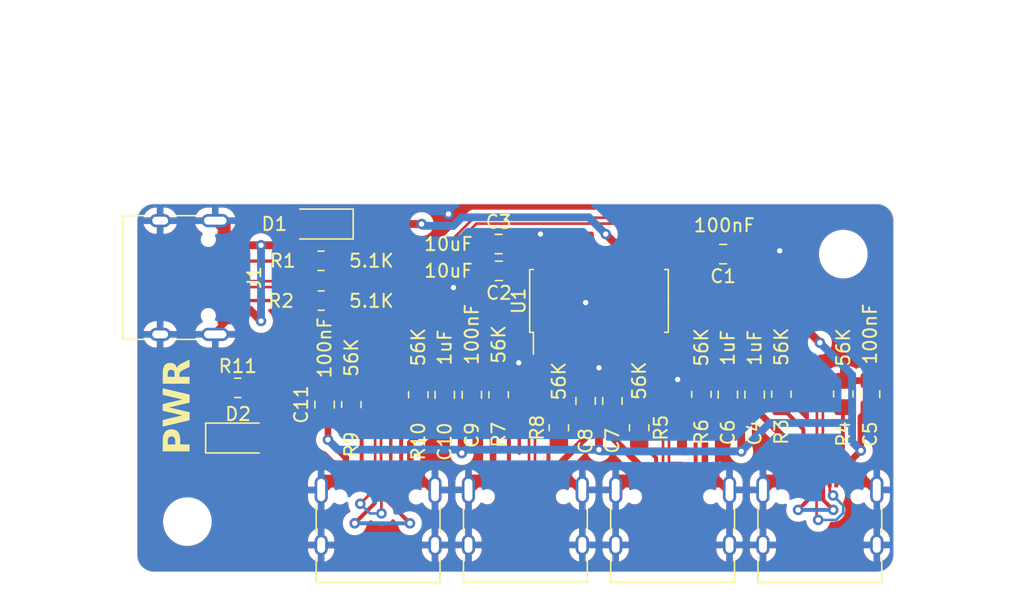
<source format=kicad_pcb>
(kicad_pcb (version 20221018) (generator pcbnew)
  (title_block (title "SL2.1A, USB-C 2.0 IN, 4x USB-C 2.0 OUT") (date "2023-11-02") (rev "v1.2") (company "Hugo Hu"))
  (layers (0 "F.Cu" signal) (31 "B.Cu" signal) (34 "B.Paste" user) (35 "F.Paste" user) (36 "B.SilkS" user "B.Silkscreen") (37 "F.SilkS" user "F.Silkscreen") (38 "B.Mask" user) (39 "F.Mask" user) (44 "Edge.Cuts" user))
  (net 0 "")
  (net 1 "/VBUS")
  (net 2 "GND")
  (net 3 "Net-(U1-VDD3)")
  (net 4 "Net-(U1-VDD18)")
  (net 5 "Net-(D1-A)")
  (net 6 "Net-(J1-CC1)")
  (net 8 "Net-(J1-CC2)")
  (net 10 "Net-(J2-CC1)")
  (net 12 "Net-(J2-CC2)")
  (net 14 "/D1+")
  (net 15 "/D1-")
  (net 16 "/D2+")
  (net 17 "/D2-")
  (net 18 "/D+")
  (net 19 "/D-")
  (net 20 "/D3+")
  (net 21 "/D3-")
  (net 22 "/D4+")
  (net 23 "/D4-")
  (net 24 "Net-(J3-CC1)")
  (net 26 "Net-(J3-CC2)")
  (net 28 "Net-(J4-CC1)")
  (net 30 "Net-(J4-CC2)")
  (net 32 "Net-(J5-CC1)")
  (net 34 "Net-(J5-CC2)")
  (net 37 "Net-(D2-A)")
  (footprint "MountingHole:MountingHole_3.2mm_M3" (layer "F.Cu") (at 106.68 84.582)
    (fp_text reference "REF**" hide)
    (fp_text value "MountingHole_3.2mm_M3")
  )
  (footprint "Capacitor_SMD:C_0805_2012Metric_Pad1.18x1.45mm_HandSolder" (layer "F.Cu") (at 99.949 95.25 -90)
    (fp_text reference "C4")
    (fp_text value "1uF")
  )
  (footprint "Capacitor_SMD:C_0805_2012Metric_Pad1.18x1.45mm_HandSolder" (layer "F.Cu") (at 97.917 95.25 -90)
    (fp_text reference "C6")
    (fp_text value "1uF")
  )
  (footprint "Capacitor_SMD:C_0805_2012Metric_Pad1.18x1.45mm_HandSolder" (layer "F.Cu") (at 76.4286 95.2715 -90)
    (fp_text reference "C10")
    (fp_text value "1uF")
  )
  (footprint "Resistor_SMD:R_0805_2012Metric_Pad1.20x1.40mm_HandSolder" (layer "F.Cu") (at 60.722 94.742)
    (fp_text reference "R11")
    (fp_text value "100")
  )
  (footprint "Capacitor_SMD:C_0805_2012Metric_Pad1.18x1.45mm_HandSolder" (layer "F.Cu") (at 97.5575 84.582 180)
    (fp_text reference "C1")
    (fp_text value "100nF")
  )
  (footprint "Resistor_SMD:R_0805_2012Metric_Pad1.20x1.40mm_HandSolder" (layer "F.Cu") (at 67.04 85.09 180)
    (fp_text reference "R1")
    (fp_text value "5.1K")
  )
  (footprint "LED_SMD:LED_1206_3216Metric_Pad1.42x1.75mm_HandSolder" (layer "F.Cu") (at 60.7425 98.552)
    (fp_text reference "D2")
    (fp_text value "LED_Small")
  )
  (footprint "Resistor_SMD:R_0805_2012Metric_Pad1.20x1.40mm_HandSolder" (layer "F.Cu") (at 95.9104 95.234 90)
    (fp_text reference "R6")
    (fp_text value "56K")
  )
  (footprint "Resistor_SMD:R_0805_2012Metric_Pad1.20x1.40mm_HandSolder" (layer "F.Cu") (at 67.056 88.1126)
    (fp_text reference "R2")
    (fp_text value "5.1K")
  )
  (footprint "Connector_USB:USB_C_Receptacle_HRO_TYPE-C-31-M-12" (layer "F.Cu") (at 104.9008 105.6196)
    (fp_text reference "J2" hide)
    (fp_text value "USB_C_Receptacle_USB2.0")
  )
  (footprint "Capacitor_SMD:C_0805_2012Metric_Pad1.18x1.45mm_HandSolder" (layer "F.Cu") (at 78.486 95.2715 -90)
    (fp_text reference "C9")
    (fp_text value "100nF")
  )
  (footprint "Capacitor_SMD:C_0805_2012Metric_Pad1.18x1.45mm_HandSolder" (layer "F.Cu") (at 67.31 96.012 -90)
    (fp_text reference "C11")
    (fp_text value "100nF")
  )
  (footprint "Capacitor_SMD:C_0805_2012Metric_Pad1.18x1.45mm_HandSolder" (layer "F.Cu") (at 108.712 95.2246 -90)
    (fp_text reference "C5")
    (fp_text value "100nF")
  )
  (footprint "Capacitor_SMD:C_0805_2012Metric_Pad1.18x1.45mm_HandSolder" (layer "F.Cu") (at 80.5395 85.852 180)
    (fp_text reference "C2")
    (fp_text value "10uF")
  )
  (footprint "Connector_USB:USB_C_Receptacle_HRO_TYPE-C-31-M-12" (layer "F.Cu") (at 93.7248 105.6196)
    (fp_text reference "J3" hide)
    (fp_text value "USB_C_Receptacle_USB2.0")
  )
  (footprint "Capacitor_SMD:C_0805_2012Metric_Pad1.18x1.45mm_HandSolder" (layer "F.Cu") (at 87.122 95.7287 -90)
    (fp_text reference "C8")
    (fp_text value "1uF")
  )
  (footprint "Connector_USB:USB_C_Receptacle_HRO_TYPE-C-31-M-12" (layer "F.Cu") (at 71.37 105.63)
    (fp_text reference "J5" hide)
    (fp_text value "USB_C_Receptacle_USB2.0")
  )
  (footprint "Capacitor_SMD:C_0805_2012Metric_Pad1.18x1.45mm_HandSolder" (layer "F.Cu") (at 80.518 83.82)
    (fp_text reference "C3")
    (fp_text value "10uF")
  )
  (footprint "Package_SO:SOIC-16_4.55x10.3mm_P1.27mm" (layer "F.Cu") (at 88.138 88.138 90)
    (fp_text reference "U1")
    (fp_text value "SL2.1A")
  )
  (footprint "Resistor_SMD:R_0805_2012Metric_Pad1.20x1.40mm_HandSolder" (layer "F.Cu") (at 106.68 95.2086 90)
    (fp_text reference "R4")
    (fp_text value "56K")
  )
  (footprint "Resistor_SMD:R_0805_2012Metric_Pad1.20x1.40mm_HandSolder" (layer "F.Cu") (at 74.422 95.266 90)
    (fp_text reference "R10")
    (fp_text value "56K")
  )
  (footprint "Resistor_SMD:R_0805_2012Metric_Pad1.20x1.40mm_HandSolder" (layer "F.Cu") (at 101.981 95.2191 -90)
    (fp_text reference "R3")
    (fp_text value "56K")
  )
  (footprint "Resistor_SMD:R_0805_2012Metric_Pad1.20x1.40mm_HandSolder" (layer "F.Cu") (at 91.186 97.774 -90)
    (fp_text reference "R5")
    (fp_text value "56K")
  )
  (footprint "MountingHole:MountingHole_3.2mm_M3" (layer "F.Cu") (at 56.896 104.902)
    (fp_text reference "REF**" hide)
    (fp_text value "MountingHole_3.2mm_M3")
  )
  (footprint "Diode_SMD:D_1206_3216Metric_Pad1.42x1.75mm_HandSolder" (layer "F.Cu") (at 67.0195 82.296 180)
    (fp_text reference "D1")
    (fp_text value "SD1206T020S1R0")
  )
  (footprint "Resistor_SMD:R_0805_2012Metric_Pad1.20x1.40mm_HandSolder" (layer "F.Cu") (at 85.09 97.774 90)
    (fp_text reference "R8")
    (fp_text value "56K")
  )
  (footprint "Resistor_SMD:R_0805_2012Metric_Pad1.20x1.40mm_HandSolder" (layer "F.Cu") (at 69.342 96.012 -90)
    (fp_text reference "R9")
    (fp_text value "56K")
  )
  (footprint "Connector_USB:USB_C_Receptacle_HRO_TYPE-C-31-M-12" (layer "F.Cu") (at 55.88 86.36 -90)
    (fp_text reference "J1")
    (fp_text value "USB_C_Receptacle_USB2.0")
  )
  (footprint "Capacitor_SMD:C_0805_2012Metric_Pad1.18x1.45mm_HandSolder" (layer "F.Cu") (at 89.154 95.7365 -90)
    (fp_text reference "C7")
    (fp_text value "100nF" hide)
  )
  (footprint "Resistor_SMD:R_0805_2012Metric_Pad1.20x1.40mm_HandSolder" (layer "F.Cu") (at 80.518 95.266 -90)
    (fp_text reference "R7")
    (fp_text value "56K")
  )
  (footprint "Connector_USB:USB_C_Receptacle_HRO_TYPE-C-31-M-12" (layer "F.Cu") (at 82.55 105.619)
    (fp_text reference "J4" hide)
    (fp_text value "USB_C_Receptacle_USB2.0")
  )
  (gr_arc (start 109.22 80.772) (mid 110.118026 81.143974) (end 110.49 82.042) (stroke (width 0.05)) (layer "Edge.Cuts"))
  (gr_line (start 109.22 80.772) (end 54.356 80.772) (stroke (width 0.05)) (layer "Edge.Cuts"))
  (gr_line (start 110.49 107.442) (end 110.49 82.042) (stroke (width 0.05)) (layer "Edge.Cuts"))
  (gr_arc (start 54.356 108.712) (mid 53.457974 108.340026) (end 53.086 107.442) (stroke (width 0.05)) (layer "Edge.Cuts"))
  (gr_arc (start 110.49 107.442) (mid 110.118026 108.340026) (end 109.22 108.712) (stroke (width 0.05)) (layer "Edge.Cuts"))
  (gr_line (start 54.356 108.712) (end 109.22 108.712) (stroke (width 0.05)) (layer "Edge.Cuts"))
  (gr_line (start 53.086 82.042) (end 53.086 107.442) (stroke (width 0.05)) (layer "Edge.Cuts"))
  (gr_arc (start 53.086 82.042) (mid 53.457974 81.143974) (end 54.356 80.772) (stroke (width 0.05)) (layer "Edge.Cuts"))
  (gr_text "PWR" (at 57.404 99.822 90) (layer "F.SilkS") (effects (font (size 2 2) (thickness 0.4) bold) (justify left bottom)))
  (segment (start 94.914 86.188) (end 95.594 86.868) (width 0.6) (layer "F.Cu") (net 1))
  (segment (start 95.594 86.868) (end 99.695 86.868) (width 0.6) (layer "F.Cu") (net 1))
  (segment (start 99.695 86.868) (end 100.457 86.868) (width 0.6) (layer "F.Cu") (net 1))
  (segment (start 98.933 97.3035) (end 97.917 96.2875) (width 0.6) (layer "F.Cu") (net 1))
  (segment (start 88.138 99.441) (end 88.138 97.79) (width 0.6) (layer "F.Cu") (net 1))
  (segment (start 108.0135 96.9606) (end 108.712 96.2621) (width 0.5) (layer "F.Cu") (net 1))
  (segment (start 107.3508 100.1672) (end 107.3508 101.5746) (width 0.5) (layer "F.Cu") (net 1))
  (segment (start 73.82 101.585) (end 73.82 98.9176) (width 0.5) (layer "F.Cu") (net 1))
  (segment (start 94.914 86.188) (end 96.52 84.582) (width 0.6) (layer "F.Cu") (net 1))
  (segment (start 90.043 85.319561) (end 90.911439 86.188) (width 0.6) (layer "F.Cu") (net 1))
  (segment (start 96.1748 101.5746) (end 96.1748 98.0297) (width 0.5) (layer "F.Cu") (net 1))
  (segment (start 77.724 97.071) (end 78.486 96.309) (width 0.6) (layer "F.Cu") (net 1))
  (segment (start 85 101.574) (end 85 100.653949) (width 0.5) (layer "F.Cu") (net 1))
  (segment (start 80.1 101.574) (end 80.1 97.923) (width 0.5) (layer "F.Cu") (net 1))
  (segment (start 108.0135 99.5045) (end 107.3508 100.1672) (width 0.5) (layer "F.Cu") (net 1))
  (segment (start 68.92 100.035) (end 67.564 98.679) (width 0.5) (layer "F.Cu") (net 1))
  (segment (start 73.82 98.9176) (end 76.4286 96.309) (width 0.5) (layer "F.Cu") (net 1))
  (segment (start 88.646 83.058) (end 90.043 84.455) (width 0.6) (layer "F.Cu") (net 1))
  (segment (start 89.154 98.531949) (end 89.154 96.774) (width 0.5) (layer "F.Cu") (net 1))
  (segment (start 67.31 97.0495) (end 64.0295 97.0495) (width 0.5) (layer "F.Cu") (net 1))
  (segment (start 91.2748 100.652749) (end 89.154 98.531949) (width 0.5) (layer "F.Cu") (net 1))
  (segment (start 88.138 97.79) (end 88.138 97.7822) (width 0.6) (layer "F.Cu") (net 1))
  (segment (start 89.1462 96.7662) (end 89.154 96.774) (width 0.5) (layer "F.Cu") (net 1))
  (segment (start 88.138 97.7822) (end 87.122 96.7662) (width 0.6) (layer "F.Cu") (net 1))
  (segment (start 67.564 97.3035) (end 67.31 97.0495) (width 0.5) (layer "F.Cu") (net 1))
  (segment (start 80.1 97.923) (end 78.486 96.309) (width 0.5) (layer "F.Cu") (net 1))
  (segment (start 77.724 99.695) (end 77.724 97.071) (width 0.6) (layer "F.Cu") (net 1))
  (segment (start 87.122 98.531949) (end 87.122 96.7662) (width 0.5) (layer "F.Cu") (net 1))
  (segment (start 102.4508 101.5746) (end 102.4508 98.7893) (width 0.5) (layer "F.Cu") (net 1))
  (segment (start 77.724 97.071) (end 77.1906 97.071) (width 0.6) (layer "F.Cu") (net 1))
  (segment (start 68.507 82.296) (end 74.676 82.296) (width 0.6) (layer "F.Cu") (net 1))
  (segment (start 90.911439 86.188) (end 94.914 86.188) (width 0.6) (layer "F.Cu") (net 1))
  (segment (start 90.043 84.888) (end 90.043 85.319561) (width 0.6) (layer "F.Cu") (net 1))
  (segment (start 88.138 97.79) (end 89.154 96.774) (width 0.6) (layer "F.Cu") (net 1))
  (segment (start 64.0295 97.0495) (end 61.722 94.742) (width 0.5) (layer "F.Cu") (net 1))
  (segment (start 67.564 98.679) (end 67.564 97.3035) (width 0.5) (layer "F.Cu") (net 1))
  (segment (start 100.457 86.868) (end 102.489 88.9) (width 0.6) (layer "F.Cu") (net 1))
  (segment (start 90.043 84.455) (end 90.043 84.888) (width 0.6) (layer "F.Cu") (net 1))
  (segment (start 102.489 88.9) (end 104.902 91.313) (width 0.6) (layer "F.Cu") (net 1))
  (segment (start 98.933 99.568) (end 98.933 97.3035) (width 0.6) (layer "F.Cu") (net 1))
  (segment (start 91.2748 101.5746) (end 91.2748 100.652749) (width 0.5) (layer "F.Cu") (net 1))
  (segment (start 98.933 97.3035) (end 99.949 96.2875) (width 0.6) (layer "F.Cu") (net 1))
  (segment (start 108.0135 99.5045) (end 108.0135 96.9606) (width 0.5) (layer "F.Cu") (net 1))
  (segment (start 102.4508 98.7893) (end 99.949 96.2875) (width 0.5) (layer "F.Cu") (net 1))
  (segment (start 77.1906 97.071) (end 76.4286 96.309) (width 0.6) (layer "F.Cu") (net 1))
  (segment (start 96.1748 98.0297) (end 97.917 96.2875) (width 0.5) (layer "F.Cu") (net 1))
  (segment (start 85 100.653949) (end 87.122 98.531949) (width 0.5) (layer "F.Cu") (net 1))
  (segment (start 68.92 101.585) (end 68.92 100.035) (width 0.5) (layer "F.Cu") (net 1))
  (via (at 88.646 83.058) (size 0.8) (drill 0.4) (layers "F.Cu" "B.Cu") (net 1))
  (via (at 108.0135 99.5045) (size 0.8) (drill 0.4) (layers "F.Cu" "B.Cu") (net 1))
  (via (at 74.676 82.296) (size 0.8) (drill 0.4) (layers "F.Cu" "B.Cu") (net 1))
  (via (at 98.933 99.568) (size 0.8) (drill 0.4) (layers "F.Cu" "B.Cu") (net 1))
  (via (at 77.724 99.695) (size 0.8) (drill 0.4) (layers "F.Cu" "B.Cu") (net 1))
  (via (at 104.902 91.313) (size 0.8) (drill 0.4) (layers "F.Cu" "B.Cu") (net 1))
  (via (at 67.564 98.679) (size 0.8) (drill 0.4) (layers "F.Cu" "B.Cu") (net 1))
  (via (at 88.138 99.441) (size 0.8) (drill 0.4) (layers "F.Cu" "B.Cu") (net 1))
  (segment (start 88.138 99.441) (end 77.978 99.441) (width 0.6) (layer "B.Cu") (net 1))
  (segment (start 107.3508 97.409) (end 101.092 97.409) (width 0.6) (layer "B.Cu") (net 1))
  (segment (start 74.676 82.296) (end 74.814 82.434) (width 0.6) (layer "B.Cu") (net 1))
  (segment (start 77.47 99.441) (end 77.724 99.695) (width 0.6) (layer "B.Cu") (net 1))
  (segment (start 107.3508 93.7618) (end 107.3508 97.409) (width 0.6) (layer "B.Cu") (net 1))
  (segment (start 68.326 99.441) (end 77.47 99.441) (width 0.6) (layer "B.Cu") (net 1))
  (segment (start 77.080793 82.434) (end 77.726793 81.788) (width 0.6) (layer "B.Cu") (net 1))
  (segment (start 107.3508 98.8418) (end 107.3508 97.409) (width 0.6) (layer "B.Cu") (net 1))
  (segment (start 77.726793 81.788) (end 87.376 81.788) (width 0.6) (layer "B.Cu") (net 1))
  (segment (start 77.978 99.441) (end 77.724 99.695) (width 0.6) (layer "B.Cu") (net 1))
  (segment (start 87.376 81.788) (end 88.646 83.058) (width 0.6) (layer "B.Cu") (net 1))
  (segment (start 101.092 97.409) (end 98.933 99.568) (width 0.6) (layer "B.Cu") (net 1))
  (segment (start 108.0135 99.5045) (end 107.3508 98.8418) (width 0.6) (layer "B.Cu") (net 1))
  (segment (start 88.265 99.568) (end 88.138 99.441) (width 0.6) (layer "B.Cu") (net 1))
  (segment (start 74.814 82.434) (end 77.080793 82.434) (width 0.6) (layer "B.Cu") (net 1))
  (segment (start 98.933 99.568) (end 88.265 99.568) (width 0.6) (layer "B.Cu") (net 1))
  (segment (start 67.564 98.679) (end 68.326 99.441) (width 0.6) (layer "B.Cu") (net 1))
  (segment (start 104.902 91.313) (end 107.3508 93.7618) (width 0.6) (layer "B.Cu") (net 1))
  (segment (start 109.2208 102.4896) (end 109.0658 102.4896) (width 0.6) (layer "F.Cu") (net 2))
  (segment (start 59.01 82.04) (end 59.01 82.195) (width 0.5) (layer "F.Cu") (net 2))
  (segment (start 75.69 102.5) (end 75.535 102.5) (width 0.6) (layer "F.Cu") (net 2))
  (segment (start 98.0448 102.4896) (end 97.8898 102.4896) (width 0.6) (layer "F.Cu") (net 2))
  (segment (start 59.01 82.195) (end 59.925 83.11) (width 0.5) (layer "F.Cu") (net 2))
  (segment (start 59.01 90.68) (end 59.01 90.525) (width 0.5) (layer "F.Cu") (net 2))
  (segment (start 100.7358 102.4896) (end 101.6508 101.5746) (width 0.6) (layer "F.Cu") (net 2))
  (segment (start 78.23 102.489) (end 78.385 102.489) (width 0.6) (layer "F.Cu") (net 2))
  (segment (start 59.01 90.525) (end 59.925 89.61) (width 0.5) (layer "F.Cu") (net 2))
  (segment (start 89.5598 102.4896) (end 90.4748 101.5746) (width 0.6) (layer "F.Cu") (net 2))
  (segment (start 75.535 102.5) (end 74.62 101.585) (width 0.6) (layer "F.Cu") (net 2))
  (segment (start 67.205 102.5) (end 68.12 101.585) (width 0.6) (layer "F.Cu") (net 2))
  (segment (start 86.87 102.489) (end 86.715 102.489) (width 0.6) (layer "F.Cu") (net 2))
  (segment (start 89.4048 102.4896) (end 89.5598 102.4896) (width 0.6) (layer "F.Cu") (net 2))
  (segment (start 78.385 102.489) (end 79.3 101.574) (width 0.6) (layer "F.Cu") (net 2))
  (segment (start 97.8898 102.4896) (end 96.9748 101.5746) (width 0.6) (layer "F.Cu") (net 2))
  (segment (start 86.715 102.489) (end 85.8 101.574) (width 0.6) (layer "F.Cu") (net 2))
  (segment (start 67.05 102.5) (end 67.205 102.5) (width 0.6) (layer "F.Cu") (net 2))
  (segment (start 100.5808 102.4896) (end 100.7358 102.4896) (width 0.6) (layer "F.Cu") (net 2))
  (segment (start 109.0658 102.4896) (end 108.1508 101.5746) (width 0.6) (layer "F.Cu") (net 2))
  (via (at 83.693 83.058) (size 0.8) (drill 0.4) (layers "F.Cu" "B.Cu") (net 2))
  (via (at 76.708 81.534) (size 0.8) (drill 0.4) (layers "F.Cu" "B.Cu") (net 2))
  (via (at 101.854 84.328) (size 0.8) (drill 0.4) (layers "F.Cu" "B.Cu") (net 2))
  (via (at 87.122 88.265) (size 0.8) (drill 0.4) (layers "F.Cu" "B.Cu") (net 2))
  (via (at 77.089 87.122) (size 0.8) (drill 0.4) (layers "F.Cu" "B.Cu") (net 2))
  (via (at 82.042 92.837) (size 0.8) (drill 0.4) (layers "F.Cu" "B.Cu") (net 2))
  (via (at 94.107 94.107) (size 0.8) (drill 0.4) (layers "F.Cu" "B.Cu") (net 2))
  (via (at 88.138 93.218) (size 0.8) (drill 0.4) (layers "F.Cu" "B.Cu") (net 2))
  (segment (start 82.563 86.838) (end 85.91385 86.838) (width 0.5) (layer "F.Cu") (net 3))
  (segment (start 81.577 85.852) (end 82.563 86.838) (width 0.5) (layer "F.Cu") (net 3))
  (segment (start 87.503 85.24885) (end 87.503 84.888) (width 0.5) (layer "F.Cu") (net 3))
  (segment (start 85.91385 86.838) (end 87.503 85.24885) (width 0.5) (layer "F.Cu") (net 3))
  (segment (start 82.804 85.0685) (end 82.804 85.852) (width 0.5) (layer "F.Cu") (net 4))
  (segment (start 81.5555 83.82) (end 82.804 85.0685) (width 0.5) (layer "F.Cu") (net 4))
  (segment (start 83.09 86.138) (end 85.34385 86.138) (width 0.5) (layer "F.Cu") (net 4))
  (segment (start 86.233 85.24885) (end 86.233 84.888) (width 0.5) (layer "F.Cu") (net 4))
  (segment (start 82.804 85.852) (end 83.09 86.138) (width 0.5) (layer "F.Cu") (net 4))
  (segment (start 85.34385 86.138) (end 86.233 85.24885) (width 0.5) (layer "F.Cu") (net 4))
  (segment (start 62.484 83.91) (end 63.918 83.91) (width 0.6) (layer "F.Cu") (net 5))
  (segment (start 59.925 88.81) (end 61.632 88.81) (width 0.6) (layer "F.Cu") (net 5))
  (segment (start 63.918 83.91) (end 65.532 82.296) (width 0.6) (layer "F.Cu") (net 5))
  (segment (start 59.925 83.91) (end 62.484 83.91) (width 0.6) (layer "F.Cu") (net 5))
  (segment (start 61.632 88.81) (end 62.484 89.662) (width 0.6) (layer "F.Cu") (net 5))
  (via (at 62.484 83.91) (size 0.8) (drill 0.4) (layers "F.Cu" "B.Cu") (net 5))
  (via (at 62.484 89.662) (size 0.8) (drill 0.4) (layers "F.Cu" "B.Cu") (net 5))
  (segment (start 62.484 89.662) (end 62.484 83.91) (width 0.6) (layer "B.Cu") (net 5))
  (segment (start 66.02 85.11) (end 59.925 85.11) (width 0.25) (layer "F.Cu") (net 6))
  (segment (start 66.04 85.09) (end 66.02 85.11) (width 0.25) (layer "F.Cu") (net 6))
  (segment (start 66.0534 88.11) (end 66.056 88.1126) (width 0.25) (layer "F.Cu") (net 8))
  (segment (start 59.925 88.11) (end 66.0534 88.11) (width 0.25) (layer "F.Cu") (net 8))
  (segment (start 103.6508 101.5746) (end 103.6508 97.8889) (width 0.3) (layer "F.Cu") (net 10))
  (segment (start 103.6508 97.8889) (end 101.981 96.2191) (width 0.3) (layer "F.Cu") (net 10))
  (segment (start 106.6508 101.5746) (end 106.6508 96.2378) (width 0.3) (layer "F.Cu") (net 12))
  (segment (start 106.6508 96.2378) (end 106.68 96.2086) (width 0.3) (layer "F.Cu") (net 12))
  (segment (start 104.679 97.772499) (end 104.6758 97.775699) (width 0.2) (layer "F.Cu") (net 14))
  (segment (start 92.173 90.0092) (end 92.173 90.453) (width 0.2) (layer "F.Cu") (net 14))
  (segment (start 104.6508 100.487099) (end 104.6508 101.5746) (width 0.2) (layer "F.Cu") (net 14))
  (segment (start 104.6758 97.775699) (end 104.6758 100.462099) (width 0.2) (layer "F.Cu") (net 14))
  (segment (start 104.6508 101.5746) (end 104.6508 104.6508) (width 0.2) (layer "F.Cu") (net 14))
  (segment (start 99.7288 88.871) (end 93.3112 88.871) (width 0.2) (layer "F.Cu") (net 14))
  (segment (start 105.6508 102.662023) (end 105.6508 101.5746) (width 0.2) (layer "F.Cu") (net 14))
  (segment (start 104.6508 104.6508) (end 104.775 104.775) (width 0.2) (layer "F.Cu") (net 14))
  (segment (start 104.679 93.8212) (end 99.7288 88.871) (width 0.2) (layer "F.Cu") (net 14))
  (segment (start 104.679 97.772499) (end 104.679 93.8212) (width 0.2) (layer "F.Cu") (net 14))
  (segment (start 105.9003 102.911523) (end 105.6508 102.662023) (width 0.2) (layer "F.Cu") (net 14))
  (segment (start 92.173 90.453) (end 92.583 90.863) (width 0.2) (layer "F.Cu") (net 14))
  (segment (start 92.583 90.863) (end 92.583 91.388) (width 0.2) (layer "F.Cu") (net 14))
  (segment (start 104.6758 100.462099) (end 104.6508 100.487099) (width 0.2) (layer "F.Cu") (net 14))
  (segment (start 93.3112 88.871) (end 92.173 90.0092) (width 0.2) (layer "F.Cu") (net 14))
  (via (at 104.775 104.775) (size 0.8) (drill 0.4) (layers "F.Cu" "B.Cu") (net 14))
  (via (at 105.9003 102.911523) (size 0.8) (drill 0.4) (layers "F.Cu" "B.Cu") (net 14))
  (segment (start 106.68 103.691223) (end 105.9003 102.911523) (width 0.2) (layer "B.Cu") (net 14))
  (segment (start 106.14595 104.775) (end 106.68 104.24095) (width 0.2) (layer "B.Cu") (net 14))
  (segment (start 104.775 104.775) (end 106.14595 104.775) (width 0.2) (layer "B.Cu") (net 14))
  (segment (start 106.68 104.24095) (end 106.68 103.691223) (width 0.2) (layer "B.Cu") (net 14))
  (segment (start 105.1258 100.462099) (end 105.1508 100.487099) (width 0.2) (layer "F.Cu") (net 15))
  (segment (start 105.1508 100.487099) (end 105.1508 101.5746) (width 0.2) (layer "F.Cu") (net 15))
  (segment (start 91.723 90.453) (end 91.723 89.8228) (width 0.2) (layer "F.Cu") (net 15))
  (segment (start 99.9152 88.421) (end 105.129 93.6348) (width 0.2) (layer "F.Cu") (net 15))
  (segment (start 91.313 90.863) (end 91.723 90.453) (width 0.2) (layer "F.Cu") (net 15))
  (segment (start 105.129 93.6348) (end 105.129 97.944705) (width 0.2) (layer "F.Cu") (net 15))
  (segment (start 104.1508 103.1132) (end 103.251 104.013) (width 0.3) (layer "F.Cu") (net 15))
  (segment (start 105.129 97.944705) (end 105.1258 97.947905) (width 0.2) (layer "F.Cu") (net 15))
  (segment (start 91.723 89.8228) (end 93.1248 88.421) (width 0.2) (layer "F.Cu") (net 15))
  (segment (start 91.313 91.388) (end 91.313 90.863) (width 0.2) (layer "F.Cu") (net 15))
  (segment (start 105.918 104.013) (end 105.1508 103.2458) (width 0.3) (layer "F.Cu") (net 15))
  (segment (start 105.1258 97.947905) (end 105.1258 100.462099) (width 0.2) (layer "F.Cu") (net 15))
  (segment (start 93.1248 88.421) (end 99.9152 88.421) (width 0.2) (layer "F.Cu") (net 15))
  (segment (start 105.1508 103.2458) (end 105.1508 101.5746) (width 0.3) (layer "F.Cu") (net 15))
  (segment (start 104.1508 101.5746) (end 104.1508 103.1132) (width 0.3) (layer "F.Cu") (net 15))
  (via (at 103.251 104.013) (size 0.8) (drill 0.4) (layers "F.Cu" "B.Cu") (net 15))
  (via (at 105.918 104.013) (size 0.8) (drill 0.4) (layers "F.Cu" "B.Cu") (net 15))
  (segment (start 103.251 104.013) (end 105.918 104.013) (width 0.3) (layer "B.Cu") (net 15))
  (segment (start 93.451 97.944705) (end 93.4498 97.945905) (width 0.2) (layer "F.Cu") (net 16))
  (segment (start 93.4748 100.584) (end 93.4748 101.5746) (width 0.3) (layer "F.Cu") (net 16))
  (segment (start 93.4748 100.487099) (end 93.4748 101.5746) (width 0.2) (layer "F.Cu") (net 16))
  (segment (start 93.4498 100.462099) (end 93.4748 100.487099) (width 0.2) (layer "F.Cu") (net 16))
  (segment (start 93.4498 97.945905) (end 93.4498 100.462099) (width 0.2) (layer "F.Cu") (net 16))
  (segment (start 94.4248 100.4996) (end 93.5592 100.4996) (width 0.3) (layer "F.Cu") (net 16))
  (segment (start 90.043 92.021603) (end 93.451 95.429603) (width 0.2) (layer "F.Cu") (net 16))
  (segment (start 93.5592 100.4996) (end 93.4748 100.584) (width 0.3) (layer "F.Cu") (net 16))
  (segment (start 93.451 95.429603) (end 93.451 97.944705) (width 0.2) (layer "F.Cu") (net 16))
  (segment (start 94.4748 101.5746) (end 94.4748 100.5496) (width 0.3) (layer "F.Cu") (net 16))
  (segment (start 90.043 91.388) (end 90.043 92.021603) (width 0.2) (layer "F.Cu") (net 16))
  (segment (start 94.4748 100.5496) (end 94.4248 100.4996) (width 0.3) (layer "F.Cu") (net 16))
  (segment (start 92.9748 101.5746) (end 92.9748 102.5496) (width 0.2) (layer "F.Cu") (net 17))
  (segment (start 93.9084 102.616) (end 93.9748 102.5496) (width 0.2) (layer "F.Cu") (net 17))
  (segment (start 92.9998 100.462099) (end 92.9748 100.487099) (width 0.2) (layer "F.Cu") (net 17))
  (segment (start 92.9748 102.5496) (end 93.0412 102.616) (width 0.2) (layer "F.Cu") (net 17))
  (segment (start 93.001 95.616) (end 89.873 92.488) (width 0.2) (layer "F.Cu") (net 17))
  (segment (start 93.9748 102.5496) (end 93.9748 101.5746) (width 0.2) (layer "F.Cu") (net 17))
  (segment (start 89.724282 92.488) (end 89.468 92.231718) (width 0.2) (layer "F.Cu") (net 17))
  (segment (start 89.468 92.231718) (end 89.468 92.083) (width 0.2) (layer "F.Cu") (net 17))
  (segment (start 93.001 97.772499) (end 92.9998 97.773699) (width 0.2) (layer "F.Cu") (net 17))
  (segment (start 89.468 92.083) (end 88.773 91.388) (width 0.2) (layer "F.Cu") (net 17))
  (segment (start 92.9998 97.773699) (end 92.9998 100.462099) (width 0.2) (layer "F.Cu") (net 17))
  (segment (start 93.0412 102.616) (end 93.9084 102.616) (width 0.2) (layer "F.Cu") (net 17))
  (segment (start 92.9748 100.487099) (end 92.9748 101.5746) (width 0.2) (layer "F.Cu") (net 17))
  (segment (start 89.873 92.488) (end 89.724282 92.488) (width 0.2) (layer "F.Cu") (net 17))
  (segment (start 93.001 95.616) (end 93.001 97.772499) (width 0.2) (layer "F.Cu") (net 17))
  (segment (start 89.325603 82.267) (end 91.313 84.254397) (width 0.2) (layer "F.Cu") (net 18))
  (segment (start 91.313 84.254397) (end 91.313 84.888) (width 0.2) (layer "F.Cu") (net 18))
  (segment (start 58.9 86.16) (end 58.95 86.11) (width 0.2) (layer "F.Cu") (net 18))
  (segment (start 59.925 87.11) (end 58.95 87.11) (width 0.2) (layer "F.Cu") (net 18))
  (segment (start 58.9 87.06) (end 58.9 86.16) (width 0.2) (layer "F.Cu") (net 18))
  (segment (start 58.95 86.11) (end 59.925 86.11) (width 0.2) (layer "F.Cu") (net 18))
  (segment (start 59.925 87.11) (end 61.012501 87.11) (width 0.2) (layer "F.Cu") (net 18))
  (segment (start 78.8332 82.267) (end 89.325603 82.267) (width 0.2) (layer "F.Cu") (net 18))
  (segment (start 61.012501 87.11) (end 61.037501 87.085) (width 0.2) (layer "F.Cu") (net 18))
  (segment (start 61.037501 87.085) (end 74.0152 87.085) (width 0.2) (layer "F.Cu") (net 18))
  (segment (start 58.95 87.11) (end 58.9 87.06) (width 0.2) (layer "F.Cu") (net 18))
  (segment (start 74.0152 87.085) (end 78.8332 82.267) (width 0.2) (layer "F.Cu") (net 18))
  (segment (start 91.888 84.193) (end 92.583 84.888) (width 0.2) (layer "F.Cu") (net 19))
  (segment (start 61.012501 86.61) (end 61.037501 86.635) (width 0.2) (layer "F.Cu") (net 19))
  (segment (start 60.9 85.61) (end 60.96 85.67) (width 0.2) (layer "F.Cu") (net 19))
  (segment (start 89.512 81.817) (end 91.483 83.788) (width 0.2) (layer "F.Cu") (net 19))
  (segment (start 59.925 85.61) (end 60.9 85.61) (width 0.2) (layer "F.Cu") (net 19))
  (segment (start 60.96 86.55) (end 60.9 86.61) (width 0.2) (layer "F.Cu") (net 19))
  (segment (start 91.631718 83.788) (end 91.888 84.044282) (width 0.2) (layer "F.Cu") (net 19))
  (segment (start 91.483 83.788) (end 91.631718 83.788) (width 0.2) (layer "F.Cu") (net 19))
  (segment (start 73.8288 86.635) (end 78.6468 81.817) (width 0.2) (layer "F.Cu") (net 19))
  (segment (start 91.888 84.044282) (end 91.888 84.193) (width 0.2) (layer "F.Cu") (net 19))
  (segment (start 78.6468 81.817) (end 89.512 81.817) (width 0.2) (layer "F.Cu") (net 19))
  (segment (start 59.925 86.61) (end 61.012501 86.61) (width 0.2) (layer "F.Cu") (net 19))
  (segment (start 60.96 85.67) (end 60.96 86.55) (width 0.2) (layer "F.Cu") (net 19))
  (segment (start 61.037501 86.635) (end 73.8288 86.635) (width 0.2) (layer "F.Cu") (net 19))
  (segment (start 60.9 86.61) (end 59.925 86.61) (width 0.2) (layer "F.Cu") (net 19))
  (segment (start 83.3 102.549) (end 83.25 102.599) (width 0.2) (layer "F.Cu") (net 20))
  (segment (start 82.3 102.549) (end 82.3 101.574) (width 0.2) (layer "F.Cu") (net 20))
  (segment (start 83.3 100.486499) (end 83.3 101.574) (width 0.2) (layer "F.Cu") (net 20))
  (segment (start 86.551718 92.488) (end 86.403 92.488) (width 0.2) (layer "F.Cu") (net 20))
  (segment (start 86.808 92.083) (end 86.808 92.231718) (width 0.2) (layer "F.Cu") (net 20))
  (segment (start 86.403 92.488) (end 83.275 95.616) (width 0.2) (layer "F.Cu") (net 20))
  (segment (start 87.503 91.388) (end 86.808 92.083) (width 0.2) (layer "F.Cu") (net 20))
  (segment (start 83.275 95.616) (end 83.275 100.461499) (width 0.2) (layer "F.Cu") (net 20))
  (segment (start 83.25 102.599) (end 82.35 102.599) (width 0.2) (layer "F.Cu") (net 20))
  (segment (start 83.275 100.461499) (end 83.3 100.486499) (width 0.2) (layer "F.Cu") (net 20))
  (segment (start 83.3 101.574) (end 83.3 102.549) (width 0.2) (layer "F.Cu") (net 20))
  (segment (start 86.808 92.231718) (end 86.551718 92.488) (width 0.2) (layer "F.Cu") (net 20))
  (segment (start 82.35 102.599) (end 82.3 102.549) (width 0.2) (layer "F.Cu") (net 20))
  (segment (start 81.85 100.499) (end 82.715 100.499) (width 0.3) (layer "F.Cu") (net 21))
  (segment (start 86.233 91.388) (end 86.233 92.021603) (width 0.2) (layer "F.Cu") (net 21))
  (segment (start 82.825 100.461499) (end 82.8 100.486499) (width 0.2) (layer "F.Cu") (net 21))
  (segment (start 81.8 101.574) (end 81.8 100.549) (width 0.3) (layer "F.Cu") (net 21))
  (segment (start 82.8 100.486499) (end 82.8 101.574) (width 0.2) (layer "F.Cu") (net 21))
  (segment (start 82.715 100.499) (end 82.8 100.584) (width 0.3) (layer "F.Cu") (net 21))
  (segment (start 82.8 100.584) (end 82.8 101.574) (width 0.3) (layer "F.Cu") (net 21))
  (segment (start 82.825 95.429603) (end 82.825 100.461499) (width 0.2) (layer "F.Cu") (net 21))
  (segment (start 86.233 92.021603) (end 82.825 95.429603) (width 0.2) (layer "F.Cu") (net 21))
  (segment (start 81.8 100.549) (end 81.85 100.499) (width 0.3) (layer "F.Cu") (net 21))
  (segment (start 69.596 105.029) (end 71.12 103.505) (width 0.3) (layer "F.Cu") (net 22))
  (segment (start 84.553 89.8228) (end 83.1512 88.421) (width 0.2) (layer "F.Cu") (net 22))
  (segment (start 84.963 91.388) (end 84.963 90.863) (width 0.2) (layer "F.Cu") (net 22))
  (segment (start 71.145 93.6368) (end 71.145 100.472499) (width 0.2) (layer "F.Cu") (net 22))
  (segment (start 71.145 100.472499) (end 71.12 100.497499) (width 0.2) (layer "F.Cu") (net 22))
  (segment (start 84.553 90.453) (end 84.553 89.8228) (width 0.2) (layer "F.Cu") (net 22))
  (segment (start 71.12 103.505) (end 71.12 101.585) (width 0.3) (layer "F.Cu") (net 22))
  (segment (start 72.12 101.585) (end 72.12 103.362) (width 0.3) (layer "F.Cu") (net 22))
  (segment (start 83.1512 88.421) (end 76.3608 88.421) (width 0.2) (layer "F.Cu") (net 22))
  (segment (start 72.12 103.362) (end 73.787 105.029) (width 0.3) (layer "F.Cu") (net 22))
  (segment (start 71.12 100.497499) (end 71.12 101.585) (width 0.2) (layer "F.Cu") (net 22))
  (segment (start 76.3608 88.421) (end 71.145 93.6368) (width 0.2) (layer "F.Cu") (net 22))
  (segment (start 84.963 90.863) (end 84.553 90.453) (width 0.2) (layer "F.Cu") (net 22))
  (via (at 73.787 105.029) (size 0.8) (drill 0.4) (layers "F.Cu" "B.Cu") (net 22))
  (via (at 69.596 105.029) (size 0.8) (drill 0.4) (layers "F.Cu" "B.Cu") (net 22))
  (segment (start 73.787 105.029) (end 69.596 105.029) (width 0.3) (layer "B.Cu") (net 22))
  (segment (start 71.62 100.497499) (end 71.62 101.585) (width 0.2) (layer "F.Cu") (net 23))
  (segment (start 84.103 90.453) (end 84.103 90.0092) (width 0.2) (layer "F.Cu") (net 23))
  (segment (start 71.62 101.585) (end 71.62 104.2715) (width 0.2) (layer "F.Cu") (net 23))
  (segment (start 82.9648 88.871) (end 76.5472 88.871) (width 0.2) (layer "F.Cu") (net 23))
  (segment (start 71.62 104.2715) (end 71.628 104.2795) (width 0.2) (layer "F.Cu") (net 23))
  (segment (start 71.595 93.8232) (end 71.595 100.472499) (width 0.2) (layer "F.Cu") (net 23))
  (segment (start 83.693 91.388) (end 83.693 90.863) (width 0.2) (layer "F.Cu") (net 23))
  (segment (start 76.5472 88.871) (end 71.595 93.8232) (width 0.2) (layer "F.Cu") (net 23))
  (segment (start 84.103 90.0092) (end 82.9648 88.871) (width 0.2) (layer "F.Cu") (net 23))
  (segment (start 83.693 90.863) (end 84.103 90.453) (width 0.2) (layer "F.Cu") (net 23))
  (segment (start 71.595 100.472499) (end 71.62 100.497499) (width 0.2) (layer "F.Cu") (net 23))
  (segment (start 70.018523 103.546523) (end 70.62 102.945046) (width 0.2) (layer "F.Cu") (net 23))
  (segment (start 70.62 102.945046) (end 70.62 101.585) (width 0.2) (layer "F.Cu") (net 23))
  (via (at 70.018523 103.546523) (size 0.8) (drill 0.4) (layers "F.Cu" "B.Cu") (net 23))
  (via (at 71.628 104.2795) (size 0.8) (drill 0.4) (layers "F.Cu" "B.Cu") (net 23))
  (segment (start 71.628 104.2795) (end 70.7515 104.2795) (width 0.2) (layer "B.Cu") (net 23))
  (segment (start 70.7515 104.2795) (end 70.018523 103.546523) (width 0.2) (layer "B.Cu") (net 23))
  (segment (start 92.4748 100.0628) (end 91.186 98.774) (width 0.3) (layer "F.Cu") (net 24))
  (segment (start 92.4748 101.5746) (end 92.4748 100.0628) (width 0.3) (layer "F.Cu") (net 24))
  (segment (start 95.4748 101.5746) (end 95.4748 96.6696) (width 0.3) (layer "F.Cu") (net 26))
  (segment (start 95.4748 96.6696) (end 95.9104 96.234) (width 0.3) (layer "F.Cu") (net 26))
  (segment (start 81.3 97.048) (end 80.518 96.266) (width 0.3) (layer "F.Cu") (net 28))
  (segment (start 81.3 101.574) (end 81.3 97.048) (width 0.3) (layer "F.Cu") (net 28))
  (segment (start 84.3 101.574) (end 84.3 99.564) (width 0.3) (layer "F.Cu") (net 30))
  (segment (start 84.3 99.564) (end 85.09 98.774) (width 0.3) (layer "F.Cu") (net 30))
  (segment (start 70.12 101.585) (end 70.12 97.79) (width 0.3) (layer "F.Cu") (net 32))
  (segment (start 70.12 97.79) (end 69.342 97.012) (width 0.3) (layer "F.Cu") (net 32))
  (segment (start 73.12 97.568) (end 74.422 96.266) (width 0.3) (layer "F.Cu") (net 34))
  (segment (start 73.12 101.585) (end 73.12 97.568) (width 0.3) (layer "F.Cu") (net 34))
  (segment (start 59.722 96.044) (end 62.23 98.552) (width 0.6) (layer "F.Cu") (net 37))
  (segment (start 59.722 94.742) (end 59.722 96.044) (width 0.6) (layer "F.Cu") (net 37))
  (zone (net 2) (net_name "GND") (layers "F&B.Cu") (connect_pads (clearance 0.508)) (min_thickness 0.25) (fill yes (thermal_gap 0.5) (thermal_bridge_width 0.5))
    (polygon (pts (xy 42.672 65.278) (xy 120.396 65.278) (xy 120.396 111.506) (xy 42.672 111.506)))
  )
)
</source>
